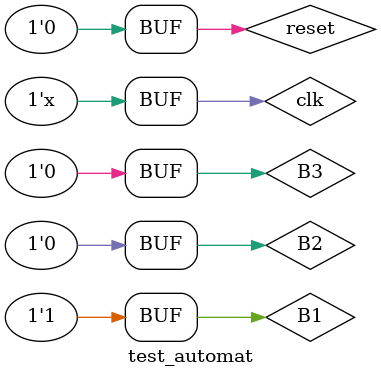
<source format=v>
module test_automat();

  reg clk, reset, B1, B2, B3;
  wire ESB, EB1, EB2;

  automat_bauturi a1(clk, reset, B1, B2, B3, ESB, EB1, EB2);

  initial
    begin

    reset = 1;
    #20 reset = 0; clk = 0;
    #20 B1 = 1; B2 = 0; B3 = 0;
    #20 B1 = 0; B2 = 0; B3 = 0;
    #20 B1 = 0; B2 = 1; B3 = 0;
    #20 B1 = 0; B2 = 0; B3 = 0;
    #20 B1 = 0; B2 = 0; B3 = 0;
    #20 B1 = 0; B2 = 0; B3 = 1;
    #20 B1 = 0; B2 = 0; B3 = 0;
    #20 B1 = 1; B2 = 0; B3 = 0;
    #20 B1 = 1; B2 = 0; B3 = 0;

    end

  always
  #10 clk = !clk;

endmodule

</source>
